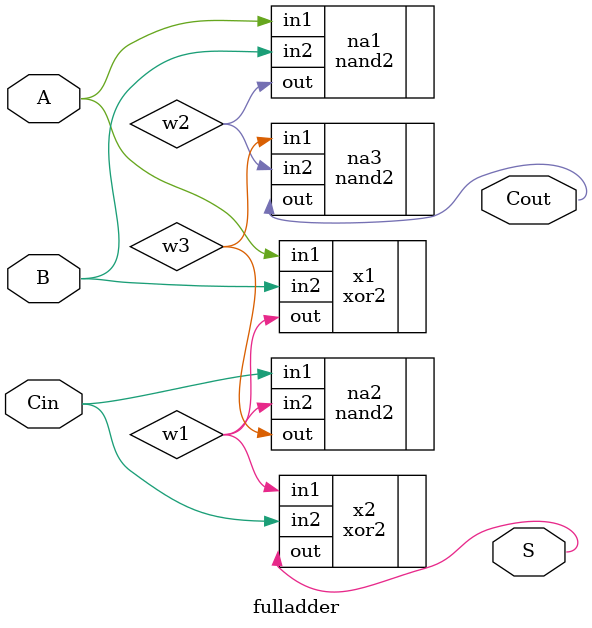
<source format=v>
module fulladder(A, B, Cin, S, Cout);

  input A, B, Cin;
  output S, Cout;

  //needed wires to connect gate outputs together
  wire w1, w2, w3;

  //summation part of adder
  xor2 x1(.in1(A), .in2(B), .out(w1));
  xor2 x2(.in1(w1), .in2(Cin), .out(S));

  //Cout gates
  nand2 na1(.in1(A), .in2(B), .out(w2));
  nand2 na2(.in1(Cin), .in2(w1), .out(w3));
  nand2 na3(.in1(w3), .in2(w2), .out(Cout));

endmodule

</source>
